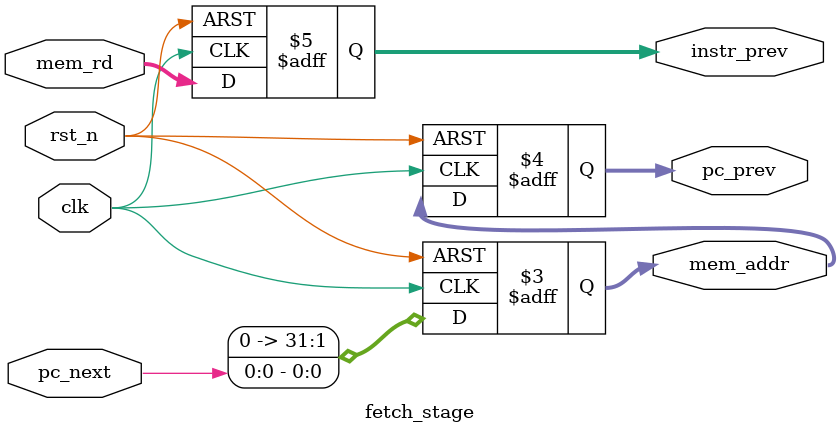
<source format=sv>
`include "pc.sv"

module fetch_stage #(
  parameter int PC_INIT = 32'h8000_0000
) (
  input wire clk,
  input wire rst_n,
  input wire pc_next,
  input wire [31:0] mem_rd,
  output wire [31:0] mem_addr,
  output logic [31:0] pc_prev,
  output logic [31:0] instr_prev
);
  logic [31:0] expected_pc_next;

  always_ff @(posedge clk or negedge rst_n)
  begin
    if (!rst_n) begin
      mem_addr <= PC_INIT;
      pc_prev <= PC_INIT;
      instr_prev <= 32'h0;
      expected_pc_next <= PC_INIT + 4;
    end else begin
      pc_prev <= mem_addr;
      mem_addr <= pc_next;
      instr_prev <= mem_rd;
    end
  end


endmodule

</source>
